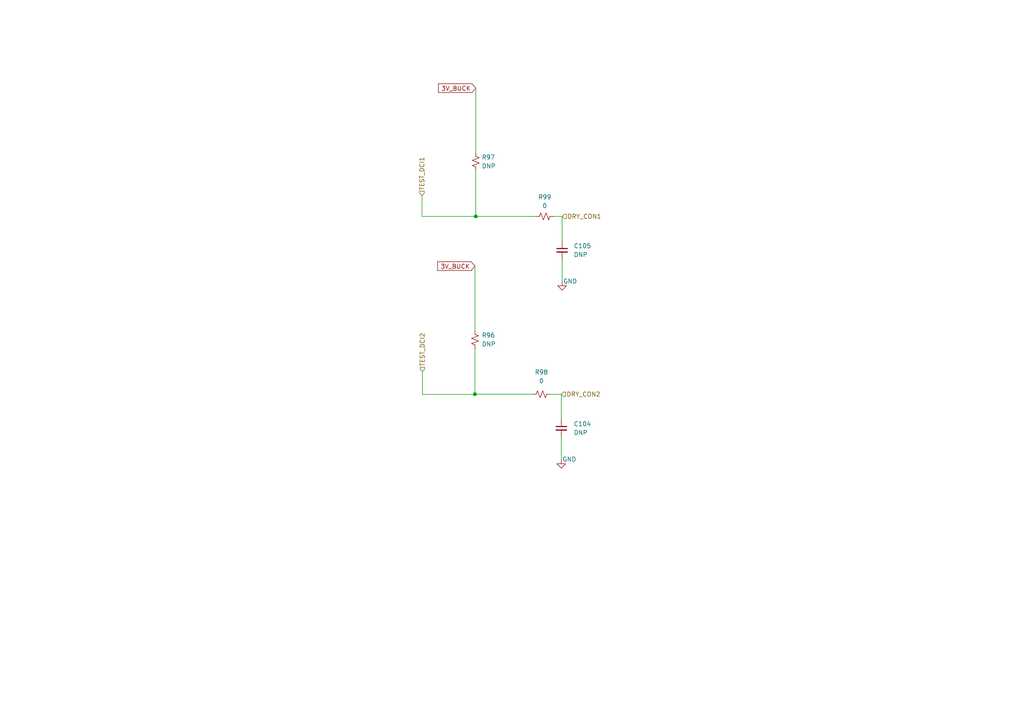
<source format=kicad_sch>
(kicad_sch (version 20231120) (generator "eeschema") (generator_version "8.0")
  (paper "A4")
  (title_block (title "packetRFMS") (date "2024-03-21") (rev "PCB_00132_6A_2124") (company "Packetworx Inc."))
  (lib_symbols
    (symbol "Device:C_Small" (pin_numbers hide) (pin_names (offset 0.254) hide)
      (property "Reference" "C" (at 0.254 1.778 0))
      (property "Value" "C_Small" (at 0.254 -2.032 0))
      (symbol "C_Small_0_1"
        (polyline (pts (xy -1.524 -0.508) (xy 1.524 -0.508)) (stroke (width 0.3302)))
        (polyline (pts (xy -1.524 0.508) (xy 1.524 0.508)) (stroke (width 0.3048)))
      )
      (symbol "C_Small_1_1"
        (pin passive line (at 0 2.54 270) (length 2.032) (name "~") (number "1"))
        (pin passive line (at 0 -2.54 90) (length 2.032) (name "~") (number "2"))
      )
    )
    (symbol "Device:R_Small_US" (pin_numbers hide) (pin_names (offset 0.254) hide)
      (property "Reference" "R" (at 0.762 0.508 0))
      (property "Value" "R_Small_US" (at 0.762 -1.016 0))
      (symbol "R_Small_US_1_1"
        (polyline (pts (xy 0 0) (xy 1.016 -0.381) (xy 0 -0.762) (xy -1.016 -1.143) (xy 0 -1.524)))
        (polyline (pts (xy 0 1.524) (xy 1.016 1.143) (xy 0 0.762) (xy -1.016 0.381) (xy 0 0)))
        (pin passive line (at 0 2.54 270) (length 1.016) (name "~") (number "1"))
        (pin passive line (at 0 -2.54 90) (length 1.016) (name "~") (number "2"))
      )
    )
    (symbol "power:GND" (power) (pin_names (offset 0))
      (property "Value" "GND" (at 0 -3.81 0))
      (symbol "GND_0_1"
        (polyline (pts (xy 0 0) (xy 0 -1.27) (xy 1.27 -1.27) (xy 0 -2.54) (xy -1.27 -1.27) (xy 0 -1.27)))
      )
      (symbol "GND_1_1"
        (pin power_in line (at 0 0 270) (length 0) hide (name "GND") (number "1"))
      )
    )
  )
  (junction (at 137.9778 62.7742))
  (junction (at 137.7438 114.3345))
  (wire (pts (xy 160.5182 62.7757) (xy 163.0335 62.7757)))
  (wire (pts (xy 137.9778 49.5245) (xy 137.9778 62.7742)))
  (wire (pts (xy 159.5756 114.3535) (xy 162.7995 114.3535)))
  (wire (pts (xy 137.7438 114.3345) (xy 154.4956 114.3345)))
  (wire (pts (xy 137.7619 101.151) (xy 137.7619 101.0594)))
  (wire (pts (xy 122.3987 56.7041) (xy 122.3987 62.7742)))
  (wire (pts (xy 137.7438 101.151) (xy 137.7619 101.151)))
  (wire (pts (xy 122.5219 107.7544) (xy 122.5219 114.4007)))
  (wire (pts (xy 122.3987 62.7742) (xy 137.9778 62.7742)))
  (wire (pts (xy 153.6687 62.7742) (xy 153.6687 62.7757)))
  (wire (pts (xy 137.9959 44.3529) (xy 137.9959 25.5599)))
  (wire (pts (xy 137.9778 49.5245) (xy 137.9959 49.5245)))
  (wire (pts (xy 122.5219 114.4007) (xy 137.7438 114.4007)))
  (wire (pts (xy 137.7438 101.151) (xy 137.7438 114.3345)))
  (wire (pts (xy 153.6687 62.7757) (xy 155.4382 62.7757)))
  (wire (pts (xy 137.9959 49.5245) (xy 137.9959 49.4329)))
  (wire (pts (xy 162.7995 114.3535) (xy 162.7995 121.6759)))
  (wire (pts (xy 163.0335 62.7757) (xy 163.0335 70.0494)))
  (wire (pts (xy 137.7438 114.3345) (xy 137.7438 114.4007)))
  (wire (pts (xy 137.7619 95.9794) (xy 137.7619 77.1864)))
  (wire (pts (xy 163.0335 75.1294) (xy 163.0335 81.6197)))
  (wire (pts (xy 162.7995 126.7559) (xy 162.7995 133.2462)))
  (wire (pts (xy 137.9778 62.7742) (xy 153.6687 62.7742)))
  (wire (pts (xy 154.4956 114.3345) (xy 154.4956 114.3535)))
  (global_label "3V_BUCK" (shape input) (at 137.7619 77.1864 180) (property "Intersheetrefs" "${INTERSHEET_REFS}" (effects (hide yes))))
  (global_label "3V_BUCK" (shape input) (at 137.9959 25.5599 180) (property "Intersheetrefs" "${INTERSHEET_REFS}" (effects (hide yes))))
  (hierarchical_label "TEST_DCI2" (shape input) (at 122.5219 107.7544 90))
  (hierarchical_label "TEST_DCI1" (shape input) (at 122.3987 56.7041 90))
  (hierarchical_label "DRY_CON1" (shape input) (at 163.0335 62.7757 0) (property "Intersheetrefs" "${INTERSHEET_REFS}" (effects (hide yes))))
  (hierarchical_label "DRY_CON2" (shape input) (at 162.7995 114.3535 0) (property "Intersheetrefs" "${INTERSHEET_REFS}" (effects (hide yes))))
  (symbol (lib_id "Device:R_Small_US") (at 137.7619 98.5194 0) (unit 1)
    (property "Reference" "R96" (at 139.7 97.2494 0) (effects (justify left)))
    (property "Value" "DNP" (at 139.7 99.7894 0) (effects (justify left)))
    (property "Footprint" "Resistor_SMD:R_0603_1608Metric" (effects (hide yes)))
  )
  (symbol (lib_id "Device:R_Small_US") (at 157.9782 62.7757 270) (unit 1)
    (property "Reference" "R99" (at 157.9782 57.15 90))
    (property "Value" "0" (at 157.9782 59.69 90))
    (property "Footprint" "Resistor_SMD:R_0603_1608Metric" (effects (hide yes)))
    (property "LCSC" "C176152" (effects (hide yes)))
  )
  (symbol (lib_id "power:GND") (at 163.0335 81.6197 0) (mirror y) (unit 1)
    (property "Reference" "#PWR0121" (effects (hide yes)))
    (property "Value" "GND" (at 165.3626 81.5901 0))
  )
  (symbol (lib_id "Device:R_Small_US") (at 157.0356 114.3535 270) (unit 1)
    (property "Reference" "R98" (at 157.0356 107.95 90))
    (property "Value" "0" (at 157.0356 110.49 90))
    (property "Footprint" "Resistor_SMD:R_0603_1608Metric" (effects (hide yes)))
    (property "LCSC" "C176152" (effects (hide yes)))
  )
  (symbol (lib_id "Device:C_Small") (at 162.7995 124.2159 0) (unit 1)
    (property "Reference" "C104" (at 166.37 122.9522 0) (effects (justify left)))
    (property "Value" "DNP" (at 166.37 125.4922 0) (effects (justify left)))
    (property "Footprint" "Capacitor_SMD:C_0603_1608Metric" (effects (hide yes)))
    (property "LCSC" " " (effects (hide yes)))
  )
  (symbol (lib_id "Device:C_Small") (at 163.0335 72.5894 0) (unit 1)
    (property "Reference" "C105" (at 166.37 71.3257 0) (effects (justify left)))
    (property "Value" "DNP" (at 166.37 73.8657 0) (effects (justify left)))
    (property "Footprint" "Capacitor_SMD:C_0603_1608Metric" (effects (hide yes)))
  )
  (symbol (lib_id "Device:R_Small_US") (at 137.9959 46.8929 0) (unit 1)
    (property "Reference" "R97" (at 139.7 45.6229 0) (effects (justify left)))
    (property "Value" "DNP" (at 139.7 48.1629 0) (effects (justify left)))
    (property "Footprint" "Resistor_SMD:R_0603_1608Metric" (effects (hide yes)))
  )
  (symbol (lib_id "power:GND") (at 162.7995 133.2462 0) (mirror y) (unit 1)
    (property "Reference" "#PWR0120" (effects (hide yes)))
    (property "Value" "GND" (at 165.1286 133.2166 0))
  )
)
</source>
